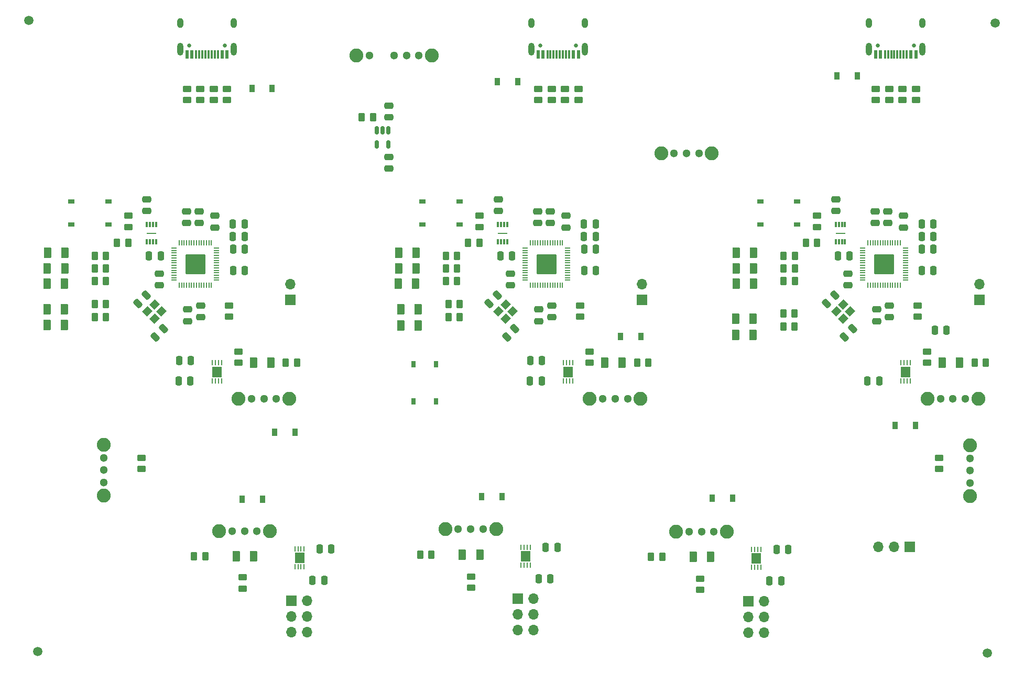
<source format=gbr>
%TF.GenerationSoftware,KiCad,Pcbnew,6.0.2+dfsg-1*%
%TF.CreationDate,2022-10-15T14:58:28-04:00*%
%TF.ProjectId,CHV_DC31,4348565f-4443-4333-912e-6b696361645f,rev?*%
%TF.SameCoordinates,Original*%
%TF.FileFunction,Soldermask,Top*%
%TF.FilePolarity,Negative*%
%FSLAX46Y46*%
G04 Gerber Fmt 4.6, Leading zero omitted, Abs format (unit mm)*
G04 Created by KiCad (PCBNEW 6.0.2+dfsg-1) date 2022-10-15 14:58:28*
%MOMM*%
%LPD*%
G01*
G04 APERTURE LIST*
G04 Aperture macros list*
%AMRoundRect*
0 Rectangle with rounded corners*
0 $1 Rounding radius*
0 $2 $3 $4 $5 $6 $7 $8 $9 X,Y pos of 4 corners*
0 Add a 4 corners polygon primitive as box body*
4,1,4,$2,$3,$4,$5,$6,$7,$8,$9,$2,$3,0*
0 Add four circle primitives for the rounded corners*
1,1,$1+$1,$2,$3*
1,1,$1+$1,$4,$5*
1,1,$1+$1,$6,$7*
1,1,$1+$1,$8,$9*
0 Add four rect primitives between the rounded corners*
20,1,$1+$1,$2,$3,$4,$5,0*
20,1,$1+$1,$4,$5,$6,$7,0*
20,1,$1+$1,$6,$7,$8,$9,0*
20,1,$1+$1,$8,$9,$2,$3,0*%
%AMRotRect*
0 Rectangle, with rotation*
0 The origin of the aperture is its center*
0 $1 length*
0 $2 width*
0 $3 Rotation angle, in degrees counterclockwise*
0 Add horizontal line*
21,1,$1,$2,0,0,$3*%
G04 Aperture macros list end*
%ADD10RoundRect,0.250000X-0.450000X0.262500X-0.450000X-0.262500X0.450000X-0.262500X0.450000X0.262500X0*%
%ADD11RoundRect,0.250000X0.250000X0.475000X-0.250000X0.475000X-0.250000X-0.475000X0.250000X-0.475000X0*%
%ADD12RoundRect,0.150000X-0.150000X0.512500X-0.150000X-0.512500X0.150000X-0.512500X0.150000X0.512500X0*%
%ADD13RoundRect,0.250000X-0.250000X-0.475000X0.250000X-0.475000X0.250000X0.475000X-0.250000X0.475000X0*%
%ADD14R,1.700000X1.700000*%
%ADD15O,1.700000X1.700000*%
%ADD16RoundRect,0.250000X-0.375000X-0.625000X0.375000X-0.625000X0.375000X0.625000X-0.375000X0.625000X0*%
%ADD17RoundRect,0.250000X-0.262500X-0.450000X0.262500X-0.450000X0.262500X0.450000X-0.262500X0.450000X0*%
%ADD18RoundRect,0.250000X-0.159099X0.512652X-0.512652X0.159099X0.159099X-0.512652X0.512652X-0.159099X0*%
%ADD19R,0.900000X1.200000*%
%ADD20RotRect,1.200000X1.100000X225.000000*%
%ADD21RoundRect,0.250000X0.450000X-0.262500X0.450000X0.262500X-0.450000X0.262500X-0.450000X-0.262500X0*%
%ADD22RoundRect,0.250000X-0.475000X0.250000X-0.475000X-0.250000X0.475000X-0.250000X0.475000X0.250000X0*%
%ADD23R,1.000000X0.700000*%
%ADD24C,1.500000*%
%ADD25O,0.250000X0.850000*%
%ADD26R,1.650000X1.800000*%
%ADD27RoundRect,0.250000X0.475000X-0.250000X0.475000X0.250000X-0.475000X0.250000X-0.475000X-0.250000X0*%
%ADD28R,0.300000X0.900000*%
%ADD29R,1.650000X0.250000*%
%ADD30C,1.300000*%
%ADD31C,2.250000*%
%ADD32RoundRect,0.250000X0.262500X0.450000X-0.262500X0.450000X-0.262500X-0.450000X0.262500X-0.450000X0*%
%ADD33RoundRect,0.050000X-0.387500X-0.050000X0.387500X-0.050000X0.387500X0.050000X-0.387500X0.050000X0*%
%ADD34RoundRect,0.050000X-0.050000X-0.387500X0.050000X-0.387500X0.050000X0.387500X-0.050000X0.387500X0*%
%ADD35RoundRect,0.144000X-1.456000X-1.456000X1.456000X-1.456000X1.456000X1.456000X-1.456000X1.456000X0*%
%ADD36C,0.650000*%
%ADD37R,0.600000X1.450000*%
%ADD38R,0.300000X1.450000*%
%ADD39O,1.000000X2.100000*%
%ADD40O,1.000000X1.600000*%
%ADD41R,0.700000X1.000000*%
G04 APERTURE END LIST*
D10*
%TO.C,R10*%
X142290800Y-45393600D03*
X142290800Y-47218600D03*
%TD*%
D11*
%TO.C,C40*%
X86144498Y-89354303D03*
X84244498Y-89354303D03*
%TD*%
D12*
%TO.C,U5*%
X118105000Y-52144600D03*
X117155000Y-52144600D03*
X116205000Y-52144600D03*
X116205000Y-54419600D03*
X118105000Y-54419600D03*
%TD*%
D13*
%TO.C,C31*%
X204254172Y-71320303D03*
X206154172Y-71320303D03*
%TD*%
D14*
%TO.C,J5*%
X138958400Y-127889000D03*
D15*
X141498400Y-127889000D03*
X138958400Y-130429000D03*
X141498400Y-130429000D03*
X138958400Y-132969000D03*
X141498400Y-132969000D03*
%TD*%
D16*
%TO.C,D8*%
X62938098Y-83642200D03*
X65738098Y-83642200D03*
%TD*%
D17*
%TO.C,R26*%
X70618698Y-82296000D03*
X72443698Y-82296000D03*
%TD*%
D16*
%TO.C,D15*%
X174276172Y-74419103D03*
X177076172Y-74419103D03*
%TD*%
D18*
%TO.C,C59*%
X193050074Y-84175401D03*
X191706572Y-85518903D03*
%TD*%
D17*
%TO.C,R31*%
X127360398Y-72387103D03*
X129185398Y-72387103D03*
%TD*%
D16*
%TO.C,D17*%
X174236100Y-82626200D03*
X177036100Y-82626200D03*
%TD*%
D19*
%TO.C,D24*%
X155581898Y-85493503D03*
X158881898Y-85493503D03*
%TD*%
D10*
%TO.C,R9*%
X148767800Y-45393600D03*
X148767800Y-47218600D03*
%TD*%
D16*
%TO.C,D26*%
X130042000Y-120751600D03*
X132842000Y-120751600D03*
%TD*%
D20*
%TO.C,Y2*%
X137022127Y-80272732D03*
X135876614Y-81418245D03*
X137007985Y-82549616D03*
X138153498Y-81404103D03*
%TD*%
D16*
%TO.C,D9*%
X119757898Y-71929903D03*
X122557898Y-71929903D03*
%TD*%
%TO.C,D13*%
X120083300Y-83667600D03*
X122883300Y-83667600D03*
%TD*%
D13*
%TO.C,C44*%
X105828400Y-124942600D03*
X107728400Y-124942600D03*
%TD*%
D21*
%TO.C,R15*%
X203593772Y-82289303D03*
X203593772Y-80464303D03*
%TD*%
D22*
%TO.C,C21*%
X142395298Y-81078903D03*
X142395298Y-82978903D03*
%TD*%
D19*
%TO.C,D27*%
X170412600Y-111607600D03*
X173712600Y-111607600D03*
%TD*%
D22*
%TO.C,C22*%
X137797898Y-75272503D03*
X137797898Y-77172503D03*
%TD*%
D23*
%TO.C,S4*%
X129600498Y-67328303D03*
X123600498Y-67328303D03*
X129600498Y-63628303D03*
X123600498Y-63628303D03*
%TD*%
D22*
%TO.C,C58*%
X190360372Y-63273503D03*
X190360372Y-65173503D03*
%TD*%
D16*
%TO.C,D18*%
X174210700Y-85191600D03*
X177010700Y-85191600D03*
%TD*%
D22*
%TO.C,C28*%
X201333172Y-65915103D03*
X201333172Y-67815103D03*
%TD*%
D24*
%TO.C,REF\u002A\u002A*%
X61391800Y-136448800D03*
%TD*%
D11*
%TO.C,C17*%
X151585098Y-67230903D03*
X149685098Y-67230903D03*
%TD*%
D25*
%TO.C,U10*%
X202413372Y-89733103D03*
X201913372Y-89733103D03*
X201413372Y-89733103D03*
X200913372Y-89733103D03*
X200913372Y-92633103D03*
X201413372Y-92633103D03*
X201913372Y-92633103D03*
X202413372Y-92633103D03*
D26*
X201663372Y-91183103D03*
%TD*%
D24*
%TO.C,REF\u002A\u002A*%
X216128600Y-34721800D03*
%TD*%
D27*
%TO.C,C38*%
X118110000Y-50000000D03*
X118110000Y-48100000D03*
%TD*%
D17*
%TO.C,R27*%
X158244898Y-89735303D03*
X160069898Y-89735303D03*
%TD*%
D10*
%TO.C,R40*%
X187337772Y-65913903D03*
X187337772Y-67738903D03*
%TD*%
D13*
%TO.C,C45*%
X106961200Y-119862600D03*
X108861200Y-119862600D03*
%TD*%
D17*
%TO.C,R34*%
X127763900Y-80238600D03*
X129588900Y-80238600D03*
%TD*%
%TO.C,R6*%
X74225498Y-70304303D03*
X76050498Y-70304303D03*
%TD*%
D10*
%TO.C,R38*%
X131419600Y-124307600D03*
X131419600Y-126132600D03*
%TD*%
%TO.C,R30*%
X132794098Y-65913903D03*
X132794098Y-67738903D03*
%TD*%
D28*
%TO.C,IC2*%
X135803298Y-70154903D03*
X136303298Y-70154903D03*
X136803298Y-70154903D03*
X137303298Y-70154903D03*
X137303298Y-67354903D03*
X136803298Y-67354903D03*
X136303298Y-67354903D03*
X135803298Y-67354903D03*
D29*
X136553298Y-68754903D03*
%TD*%
D10*
%TO.C,R5*%
X87706200Y-45393600D03*
X87706200Y-47218600D03*
%TD*%
D25*
%TO.C,U9*%
X176776600Y-122836600D03*
X177276600Y-122836600D03*
X177776600Y-122836600D03*
X178276600Y-122836600D03*
X178276600Y-119936600D03*
X177776600Y-119936600D03*
X177276600Y-119936600D03*
X176776600Y-119936600D03*
D26*
X177526600Y-121386600D03*
%TD*%
D24*
%TO.C,REF\u002A\u002A*%
X214833200Y-136728200D03*
%TD*%
D11*
%TO.C,C55*%
X197380972Y-92630903D03*
X195480972Y-92630903D03*
%TD*%
D30*
%TO.C,S1*%
X115000000Y-40000000D03*
X119000000Y-40000000D03*
X121000000Y-40000000D03*
X123000000Y-40000000D03*
D31*
X112900000Y-40000000D03*
X125100000Y-40000000D03*
%TD*%
D17*
%TO.C,R14*%
X101501298Y-89735303D03*
X103326298Y-89735303D03*
%TD*%
D22*
%TO.C,C16*%
X146789498Y-65915103D03*
X146789498Y-67815103D03*
%TD*%
D18*
%TO.C,C42*%
X78946098Y-78813303D03*
X77602596Y-80156805D03*
%TD*%
D32*
%TO.C,R50*%
X162312000Y-121132600D03*
X160487000Y-121132600D03*
%TD*%
D10*
%TO.C,R17*%
X196834474Y-45393600D03*
X196834474Y-47218600D03*
%TD*%
%TO.C,R4*%
X89865200Y-45393600D03*
X89865200Y-47218600D03*
%TD*%
D13*
%TO.C,C48*%
X142341600Y-124637800D03*
X144241600Y-124637800D03*
%TD*%
D27*
%TO.C,C24*%
X144249498Y-67129303D03*
X144249498Y-65229303D03*
%TD*%
%TO.C,C27*%
X199047172Y-82338903D03*
X199047172Y-80438903D03*
%TD*%
D14*
%TO.C,J9*%
X159006898Y-79575303D03*
D15*
X159006898Y-77035303D03*
%TD*%
D22*
%TO.C,C14*%
X142217498Y-65229303D03*
X142217498Y-67129303D03*
%TD*%
D13*
%TO.C,C49*%
X143474400Y-119557800D03*
X145374400Y-119557800D03*
%TD*%
D17*
%TO.C,R25*%
X70618698Y-80213200D03*
X72443698Y-80213200D03*
%TD*%
D19*
%TO.C,D1*%
X99313000Y-45364400D03*
X96013000Y-45364400D03*
%TD*%
D13*
%TO.C,C37*%
X204233772Y-69262903D03*
X206133772Y-69262903D03*
%TD*%
D16*
%TO.C,D10*%
X119732498Y-74419103D03*
X122532498Y-74419103D03*
%TD*%
D22*
%TO.C,C9*%
X85651698Y-81078903D03*
X85651698Y-82978903D03*
%TD*%
D21*
%TO.C,R47*%
X93830498Y-89735303D03*
X93830498Y-87910303D03*
%TD*%
D27*
%TO.C,C15*%
X144503498Y-82338903D03*
X144503498Y-80438903D03*
%TD*%
D22*
%TO.C,C8*%
X81054298Y-75272503D03*
X81054298Y-77172503D03*
%TD*%
D30*
%TO.C,SW8*%
X96855600Y-116936400D03*
X94855600Y-116936400D03*
X92855600Y-116936400D03*
D31*
X98955600Y-116936400D03*
X90755600Y-116936400D03*
%TD*%
D14*
%TO.C,J8*%
X102263298Y-79575303D03*
D15*
X102263298Y-77035303D03*
%TD*%
D22*
%TO.C,C13*%
X79073098Y-63273503D03*
X79073098Y-65173503D03*
%TD*%
D10*
%TO.C,R28*%
X94488000Y-124413000D03*
X94488000Y-126238000D03*
%TD*%
D19*
%TO.C,D30*%
X203278200Y-99847400D03*
X199978200Y-99847400D03*
%TD*%
D13*
%TO.C,C19*%
X149710498Y-71320303D03*
X151610498Y-71320303D03*
%TD*%
D11*
%TO.C,C47*%
X142888098Y-89354303D03*
X140988098Y-89354303D03*
%TD*%
D16*
%TO.C,D22*%
X93528800Y-121056400D03*
X96328800Y-121056400D03*
%TD*%
D21*
%TO.C,R13*%
X149050098Y-82289303D03*
X149050098Y-80464303D03*
%TD*%
D17*
%TO.C,R43*%
X181905972Y-76501903D03*
X183730972Y-76501903D03*
%TD*%
D13*
%TO.C,C10*%
X92966898Y-74774703D03*
X94866898Y-74774703D03*
%TD*%
D10*
%TO.C,R18*%
X201142600Y-45391700D03*
X201142600Y-47216700D03*
%TD*%
D30*
%TO.C,SW9*%
X133368800Y-116631600D03*
X131368800Y-116631600D03*
X129368800Y-116631600D03*
D31*
X135468800Y-116631600D03*
X127268800Y-116631600D03*
%TD*%
D21*
%TO.C,R36*%
X150574098Y-89735303D03*
X150574098Y-87910303D03*
%TD*%
D13*
%TO.C,C5*%
X92946498Y-69262903D03*
X94846498Y-69262903D03*
%TD*%
D25*
%TO.C,U4*%
X91126098Y-89733103D03*
X90626098Y-89733103D03*
X90126098Y-89733103D03*
X89626098Y-89733103D03*
X89626098Y-92633103D03*
X90126098Y-92633103D03*
X90626098Y-92633103D03*
X91126098Y-92633103D03*
D26*
X90376098Y-91183103D03*
%TD*%
D11*
%TO.C,C39*%
X86093698Y-92630903D03*
X84193698Y-92630903D03*
%TD*%
D17*
%TO.C,R48*%
X212788572Y-89735303D03*
X214613572Y-89735303D03*
%TD*%
D18*
%TO.C,C57*%
X190233372Y-78813303D03*
X188889870Y-80156805D03*
%TD*%
D10*
%TO.C,R3*%
X85547200Y-45393600D03*
X85547200Y-47218600D03*
%TD*%
%TO.C,R11*%
X146608800Y-45391700D03*
X146608800Y-47216700D03*
%TD*%
D17*
%TO.C,R24*%
X70618698Y-76501903D03*
X72443698Y-76501903D03*
%TD*%
D25*
%TO.C,U8*%
X139483400Y-122455600D03*
X139983400Y-122455600D03*
X140483400Y-122455600D03*
X140983400Y-122455600D03*
X140983400Y-119555600D03*
X140483400Y-119555600D03*
X139983400Y-119555600D03*
X139483400Y-119555600D03*
D26*
X140233400Y-121005600D03*
%TD*%
D16*
%TO.C,D6*%
X62963498Y-76933703D03*
X65763498Y-76933703D03*
%TD*%
D27*
%TO.C,C36*%
X198793172Y-67129303D03*
X198793172Y-65229303D03*
%TD*%
D33*
%TO.C,U3*%
X194720672Y-71158703D03*
X194720672Y-71558703D03*
X194720672Y-71958703D03*
X194720672Y-72358703D03*
X194720672Y-72758703D03*
X194720672Y-73158703D03*
X194720672Y-73558703D03*
X194720672Y-73958703D03*
X194720672Y-74358703D03*
X194720672Y-74758703D03*
X194720672Y-75158703D03*
X194720672Y-75558703D03*
X194720672Y-75958703D03*
X194720672Y-76358703D03*
D34*
X195558172Y-77196203D03*
X195958172Y-77196203D03*
X196358172Y-77196203D03*
X196758172Y-77196203D03*
X197158172Y-77196203D03*
X197558172Y-77196203D03*
X197958172Y-77196203D03*
X198358172Y-77196203D03*
X198758172Y-77196203D03*
X199158172Y-77196203D03*
X199558172Y-77196203D03*
X199958172Y-77196203D03*
X200358172Y-77196203D03*
X200758172Y-77196203D03*
D33*
X201595672Y-76358703D03*
X201595672Y-75958703D03*
X201595672Y-75558703D03*
X201595672Y-75158703D03*
X201595672Y-74758703D03*
X201595672Y-74358703D03*
X201595672Y-73958703D03*
X201595672Y-73558703D03*
X201595672Y-73158703D03*
X201595672Y-72758703D03*
X201595672Y-72358703D03*
X201595672Y-71958703D03*
X201595672Y-71558703D03*
X201595672Y-71158703D03*
D34*
X200758172Y-70321203D03*
X200358172Y-70321203D03*
X199958172Y-70321203D03*
X199558172Y-70321203D03*
X199158172Y-70321203D03*
X198758172Y-70321203D03*
X198358172Y-70321203D03*
X197958172Y-70321203D03*
X197558172Y-70321203D03*
X197158172Y-70321203D03*
X196758172Y-70321203D03*
X196358172Y-70321203D03*
X195958172Y-70321203D03*
X195558172Y-70321203D03*
D35*
X198158172Y-73758703D03*
%TD*%
D30*
%TO.C,SW14*%
X72085200Y-109093000D03*
X72085200Y-107093000D03*
X72085200Y-105093000D03*
D31*
X72085200Y-111193000D03*
X72085200Y-102993000D03*
%TD*%
D14*
%TO.C,J7*%
X202311000Y-119532400D03*
D15*
X199771000Y-119532400D03*
X197231000Y-119532400D03*
%TD*%
D13*
%TO.C,C20*%
X149710498Y-74774703D03*
X151610498Y-74774703D03*
%TD*%
%TO.C,C11*%
X92966898Y-71320303D03*
X94866898Y-71320303D03*
%TD*%
D32*
%TO.C,R20*%
X115570000Y-50000000D03*
X113745000Y-50000000D03*
%TD*%
D36*
%TO.C,J1*%
X91663000Y-38414000D03*
X85883000Y-38414000D03*
D37*
X92023000Y-39859000D03*
X91223000Y-39859000D03*
D38*
X90023000Y-39859000D03*
X89023000Y-39859000D03*
X88523000Y-39859000D03*
X87523000Y-39859000D03*
D37*
X86323000Y-39859000D03*
X85523000Y-39859000D03*
X85523000Y-39859000D03*
X86323000Y-39859000D03*
D38*
X87023000Y-39859000D03*
X88023000Y-39859000D03*
X89523000Y-39859000D03*
X90523000Y-39859000D03*
D37*
X91223000Y-39859000D03*
X92023000Y-39859000D03*
D39*
X93093000Y-38944000D03*
D40*
X93093000Y-34764000D03*
X84453000Y-34764000D03*
D39*
X84453000Y-38944000D03*
%TD*%
D24*
%TO.C,REF\u002A\u002A*%
X60020200Y-34340800D03*
%TD*%
D19*
%TO.C,D3*%
X135710200Y-44196000D03*
X139010200Y-44196000D03*
%TD*%
D22*
%TO.C,C26*%
X196761172Y-65229303D03*
X196761172Y-67129303D03*
%TD*%
%TO.C,C33*%
X196938972Y-81078903D03*
X196938972Y-82978903D03*
%TD*%
%TO.C,C50*%
X135816698Y-63273503D03*
X135816698Y-65173503D03*
%TD*%
D16*
%TO.C,D12*%
X120108700Y-81102200D03*
X122908700Y-81102200D03*
%TD*%
D10*
%TO.C,R7*%
X76050498Y-65913903D03*
X76050498Y-67738903D03*
%TD*%
D17*
%TO.C,R42*%
X181905972Y-74419103D03*
X183730972Y-74419103D03*
%TD*%
D30*
%TO.C,SW7*%
X156720898Y-95501103D03*
X154720898Y-95501103D03*
X152720898Y-95501103D03*
D31*
X158820898Y-95501103D03*
X150620898Y-95501103D03*
%TD*%
D21*
%TO.C,R8*%
X207035400Y-106912500D03*
X207035400Y-105087500D03*
%TD*%
D41*
%TO.C,S2*%
X125802000Y-89989400D03*
X125802000Y-95989400D03*
X122102000Y-89989400D03*
X122102000Y-95989400D03*
%TD*%
D16*
%TO.C,D2*%
X63014298Y-71929903D03*
X65814298Y-71929903D03*
%TD*%
D18*
%TO.C,C43*%
X81762800Y-84175401D03*
X80419298Y-85518903D03*
%TD*%
D11*
%TO.C,C4*%
X94841498Y-67230903D03*
X92941498Y-67230903D03*
%TD*%
D33*
%TO.C,U1*%
X83433398Y-71158703D03*
X83433398Y-71558703D03*
X83433398Y-71958703D03*
X83433398Y-72358703D03*
X83433398Y-72758703D03*
X83433398Y-73158703D03*
X83433398Y-73558703D03*
X83433398Y-73958703D03*
X83433398Y-74358703D03*
X83433398Y-74758703D03*
X83433398Y-75158703D03*
X83433398Y-75558703D03*
X83433398Y-75958703D03*
X83433398Y-76358703D03*
D34*
X84270898Y-77196203D03*
X84670898Y-77196203D03*
X85070898Y-77196203D03*
X85470898Y-77196203D03*
X85870898Y-77196203D03*
X86270898Y-77196203D03*
X86670898Y-77196203D03*
X87070898Y-77196203D03*
X87470898Y-77196203D03*
X87870898Y-77196203D03*
X88270898Y-77196203D03*
X88670898Y-77196203D03*
X89070898Y-77196203D03*
X89470898Y-77196203D03*
D33*
X90308398Y-76358703D03*
X90308398Y-75958703D03*
X90308398Y-75558703D03*
X90308398Y-75158703D03*
X90308398Y-74758703D03*
X90308398Y-74358703D03*
X90308398Y-73958703D03*
X90308398Y-73558703D03*
X90308398Y-73158703D03*
X90308398Y-72758703D03*
X90308398Y-72358703D03*
X90308398Y-71958703D03*
X90308398Y-71558703D03*
X90308398Y-71158703D03*
D34*
X89470898Y-70321203D03*
X89070898Y-70321203D03*
X88670898Y-70321203D03*
X88270898Y-70321203D03*
X87870898Y-70321203D03*
X87470898Y-70321203D03*
X87070898Y-70321203D03*
X86670898Y-70321203D03*
X86270898Y-70321203D03*
X85870898Y-70321203D03*
X85470898Y-70321203D03*
X85070898Y-70321203D03*
X84670898Y-70321203D03*
X84270898Y-70321203D03*
D35*
X86870898Y-73758703D03*
%TD*%
D25*
%TO.C,U6*%
X102970200Y-122760400D03*
X103470200Y-122760400D03*
X103970200Y-122760400D03*
X104470200Y-122760400D03*
X104470200Y-119860400D03*
X103970200Y-119860400D03*
X103470200Y-119860400D03*
X102970200Y-119860400D03*
D26*
X103720200Y-121310400D03*
%TD*%
D17*
%TO.C,R35*%
X127763900Y-82321400D03*
X129588900Y-82321400D03*
%TD*%
D14*
%TO.C,J6*%
X176251600Y-128270000D03*
D15*
X178791600Y-128270000D03*
X176251600Y-130810000D03*
X178791600Y-130810000D03*
X176251600Y-133350000D03*
X178791600Y-133350000D03*
%TD*%
D19*
%TO.C,D5*%
X190523400Y-43307000D03*
X193823400Y-43307000D03*
%TD*%
D17*
%TO.C,R29*%
X130969098Y-70304303D03*
X132794098Y-70304303D03*
%TD*%
D30*
%TO.C,SW1*%
X212071200Y-109174400D03*
X212071200Y-107174400D03*
X212071200Y-105174400D03*
D31*
X212071200Y-111274400D03*
X212071200Y-103074400D03*
%TD*%
D22*
%TO.C,C41*%
X118110000Y-56426200D03*
X118110000Y-58326200D03*
%TD*%
D17*
%TO.C,R41*%
X181904072Y-72387103D03*
X183729072Y-72387103D03*
%TD*%
D14*
%TO.C,J4*%
X102445200Y-128193800D03*
D15*
X104985200Y-128193800D03*
X102445200Y-130733800D03*
X104985200Y-130733800D03*
X102445200Y-133273800D03*
X104985200Y-133273800D03*
%TD*%
D28*
%TO.C,IC1*%
X79059698Y-70154903D03*
X79559698Y-70154903D03*
X80059698Y-70154903D03*
X80559698Y-70154903D03*
X80559698Y-67354903D03*
X80059698Y-67354903D03*
X79559698Y-67354903D03*
X79059698Y-67354903D03*
D29*
X79809698Y-68754903D03*
%TD*%
D16*
%TO.C,D16*%
X174250772Y-76933703D03*
X177050772Y-76933703D03*
%TD*%
D33*
%TO.C,U2*%
X140176998Y-71158703D03*
X140176998Y-71558703D03*
X140176998Y-71958703D03*
X140176998Y-72358703D03*
X140176998Y-72758703D03*
X140176998Y-73158703D03*
X140176998Y-73558703D03*
X140176998Y-73958703D03*
X140176998Y-74358703D03*
X140176998Y-74758703D03*
X140176998Y-75158703D03*
X140176998Y-75558703D03*
X140176998Y-75958703D03*
X140176998Y-76358703D03*
D34*
X141014498Y-77196203D03*
X141414498Y-77196203D03*
X141814498Y-77196203D03*
X142214498Y-77196203D03*
X142614498Y-77196203D03*
X143014498Y-77196203D03*
X143414498Y-77196203D03*
X143814498Y-77196203D03*
X144214498Y-77196203D03*
X144614498Y-77196203D03*
X145014498Y-77196203D03*
X145414498Y-77196203D03*
X145814498Y-77196203D03*
X146214498Y-77196203D03*
D33*
X147051998Y-76358703D03*
X147051998Y-75958703D03*
X147051998Y-75558703D03*
X147051998Y-75158703D03*
X147051998Y-74758703D03*
X147051998Y-74358703D03*
X147051998Y-73958703D03*
X147051998Y-73558703D03*
X147051998Y-73158703D03*
X147051998Y-72758703D03*
X147051998Y-72358703D03*
X147051998Y-71958703D03*
X147051998Y-71558703D03*
X147051998Y-71158703D03*
D34*
X146214498Y-70321203D03*
X145814498Y-70321203D03*
X145414498Y-70321203D03*
X145014498Y-70321203D03*
X144614498Y-70321203D03*
X144214498Y-70321203D03*
X143814498Y-70321203D03*
X143414498Y-70321203D03*
X143014498Y-70321203D03*
X142614498Y-70321203D03*
X142214498Y-70321203D03*
X141814498Y-70321203D03*
X141414498Y-70321203D03*
X141014498Y-70321203D03*
D35*
X143614498Y-73758703D03*
%TD*%
D30*
%TO.C,SW3*%
X164243000Y-55829200D03*
X166243000Y-55829200D03*
X168243000Y-55829200D03*
D31*
X162143000Y-55829200D03*
X170343000Y-55829200D03*
%TD*%
D30*
%TO.C,SW2*%
X99977298Y-95501103D03*
X97977298Y-95501103D03*
X95977298Y-95501103D03*
D31*
X102077298Y-95501103D03*
X93877298Y-95501103D03*
%TD*%
D17*
%TO.C,R22*%
X70616798Y-72387103D03*
X72441798Y-72387103D03*
%TD*%
D30*
%TO.C,SW10*%
X211264572Y-95501103D03*
X209264572Y-95501103D03*
X207264572Y-95501103D03*
D31*
X213364572Y-95501103D03*
X205164572Y-95501103D03*
%TD*%
D23*
%TO.C,S3*%
X72856898Y-67328303D03*
X66856898Y-67328303D03*
X72856898Y-63628303D03*
X66856898Y-63628303D03*
%TD*%
D17*
%TO.C,R32*%
X127362298Y-74419103D03*
X129187298Y-74419103D03*
%TD*%
D11*
%TO.C,C29*%
X206128772Y-67230903D03*
X204228772Y-67230903D03*
%TD*%
D22*
%TO.C,C34*%
X192341572Y-75272503D03*
X192341572Y-77172503D03*
%TD*%
D19*
%TO.C,D20*%
X99724400Y-100965000D03*
X103024400Y-100965000D03*
%TD*%
D16*
%TO.C,D14*%
X174301572Y-71929903D03*
X177101572Y-71929903D03*
%TD*%
D32*
%TO.C,R37*%
X125018800Y-120751600D03*
X123193800Y-120751600D03*
%TD*%
D21*
%TO.C,R1*%
X92306498Y-82289303D03*
X92306498Y-80464303D03*
%TD*%
D11*
%TO.C,C7*%
X81308298Y-72463303D03*
X79408298Y-72463303D03*
%TD*%
D28*
%TO.C,IC3*%
X190346972Y-70154903D03*
X190846972Y-70154903D03*
X191346972Y-70154903D03*
X191846972Y-70154903D03*
X191846972Y-67354903D03*
X191346972Y-67354903D03*
X190846972Y-67354903D03*
X190346972Y-67354903D03*
D29*
X191096972Y-68754903D03*
%TD*%
D17*
%TO.C,R33*%
X127362298Y-76501903D03*
X129187298Y-76501903D03*
%TD*%
%TO.C,R45*%
X181891300Y-83845400D03*
X183716300Y-83845400D03*
%TD*%
D20*
%TO.C,Y3*%
X191565801Y-80272732D03*
X190420288Y-81418245D03*
X191551659Y-82549616D03*
X192697172Y-81404103D03*
%TD*%
D16*
%TO.C,D29*%
X207575572Y-89735303D03*
X210375572Y-89735303D03*
%TD*%
D18*
%TO.C,C51*%
X135689698Y-78813303D03*
X134346196Y-80156805D03*
%TD*%
D27*
%TO.C,C6*%
X87505898Y-67129303D03*
X87505898Y-65229303D03*
%TD*%
D16*
%TO.C,D19*%
X96288298Y-89735303D03*
X99088298Y-89735303D03*
%TD*%
D27*
%TO.C,C2*%
X87759898Y-82338903D03*
X87759898Y-80438903D03*
%TD*%
D32*
%TO.C,R21*%
X88505600Y-121056400D03*
X86680600Y-121056400D03*
%TD*%
D13*
%TO.C,C32*%
X204254172Y-74774703D03*
X206154172Y-74774703D03*
%TD*%
D19*
%TO.C,D25*%
X133144800Y-111353600D03*
X136444800Y-111353600D03*
%TD*%
D10*
%TO.C,R2*%
X92024200Y-45393600D03*
X92024200Y-47218600D03*
%TD*%
D18*
%TO.C,C52*%
X138506400Y-84175401D03*
X137162898Y-85518903D03*
%TD*%
D11*
%TO.C,C46*%
X142837298Y-92630903D03*
X140937298Y-92630903D03*
%TD*%
D36*
%TO.C,J2*%
X142626600Y-38414000D03*
X148406600Y-38414000D03*
D37*
X148766600Y-39859000D03*
X147966600Y-39859000D03*
D38*
X146766600Y-39859000D03*
X145766600Y-39859000D03*
X145266600Y-39859000D03*
X144266600Y-39859000D03*
D37*
X143066600Y-39859000D03*
X142266600Y-39859000D03*
X142266600Y-39859000D03*
X143066600Y-39859000D03*
D38*
X143766600Y-39859000D03*
X144766600Y-39859000D03*
X146266600Y-39859000D03*
X147266600Y-39859000D03*
D37*
X147966600Y-39859000D03*
X148766600Y-39859000D03*
D40*
X149836600Y-34764000D03*
D39*
X149836600Y-38944000D03*
X141196600Y-38944000D03*
D40*
X141196600Y-34764000D03*
%TD*%
D19*
%TO.C,D21*%
X94486000Y-111836200D03*
X97786000Y-111836200D03*
%TD*%
D16*
%TO.C,D4*%
X62988898Y-74419103D03*
X65788898Y-74419103D03*
%TD*%
D23*
%TO.C,S5*%
X184144172Y-67328303D03*
X178144172Y-67328303D03*
X184144172Y-63628303D03*
X178144172Y-63628303D03*
%TD*%
D16*
%TO.C,D7*%
X62963498Y-81076800D03*
X65763498Y-81076800D03*
%TD*%
%TO.C,D11*%
X119707098Y-76933703D03*
X122507098Y-76933703D03*
%TD*%
D11*
%TO.C,C23*%
X138051898Y-72463303D03*
X136151898Y-72463303D03*
%TD*%
D10*
%TO.C,R16*%
X203311474Y-45393600D03*
X203311474Y-47218600D03*
%TD*%
D20*
%TO.C,Y1*%
X80278527Y-80272732D03*
X79133014Y-81418245D03*
X80264385Y-82549616D03*
X81409898Y-81404103D03*
%TD*%
D22*
%TO.C,C3*%
X90045898Y-65915103D03*
X90045898Y-67815103D03*
%TD*%
D10*
%TO.C,R51*%
X168478200Y-124637800D03*
X168478200Y-126462800D03*
%TD*%
D16*
%TO.C,D23*%
X153031898Y-89735303D03*
X155831898Y-89735303D03*
%TD*%
D30*
%TO.C,SW12*%
X170662000Y-117012600D03*
X168662000Y-117012600D03*
X166662000Y-117012600D03*
D31*
X172762000Y-117012600D03*
X164562000Y-117012600D03*
%TD*%
D14*
%TO.C,J10*%
X213550572Y-79575303D03*
D15*
X213550572Y-77035303D03*
%TD*%
D13*
%TO.C,C53*%
X179634800Y-125018800D03*
X181534800Y-125018800D03*
%TD*%
%TO.C,C25*%
X149690098Y-69262903D03*
X151590098Y-69262903D03*
%TD*%
%TO.C,C54*%
X180767600Y-119938800D03*
X182667600Y-119938800D03*
%TD*%
D25*
%TO.C,U7*%
X147869698Y-89733103D03*
X147369698Y-89733103D03*
X146869698Y-89733103D03*
X146369698Y-89733103D03*
X146369698Y-92633103D03*
X146869698Y-92633103D03*
X147369698Y-92633103D03*
X147869698Y-92633103D03*
D26*
X147119698Y-91183103D03*
%TD*%
D13*
%TO.C,C56*%
X206375000Y-84480400D03*
X208275000Y-84480400D03*
%TD*%
D17*
%TO.C,R23*%
X70618698Y-74419103D03*
X72443698Y-74419103D03*
%TD*%
D36*
%TO.C,J3*%
X202950274Y-38414000D03*
X197170274Y-38414000D03*
D37*
X203310274Y-39859000D03*
X202510274Y-39859000D03*
D38*
X201310274Y-39859000D03*
X200310274Y-39859000D03*
X199810274Y-39859000D03*
X198810274Y-39859000D03*
D37*
X197610274Y-39859000D03*
X196810274Y-39859000D03*
X196810274Y-39859000D03*
X197610274Y-39859000D03*
D38*
X198310274Y-39859000D03*
X199310274Y-39859000D03*
X200810274Y-39859000D03*
X201810274Y-39859000D03*
D37*
X202510274Y-39859000D03*
X203310274Y-39859000D03*
D40*
X204380274Y-34764000D03*
D39*
X204380274Y-38944000D03*
X195740274Y-38944000D03*
D40*
X195740274Y-34764000D03*
%TD*%
D11*
%TO.C,C35*%
X192595572Y-72463303D03*
X190695572Y-72463303D03*
%TD*%
D22*
%TO.C,C1*%
X85473898Y-65229303D03*
X85473898Y-67129303D03*
%TD*%
D10*
%TO.C,R19*%
X199009000Y-45391700D03*
X199009000Y-47216700D03*
%TD*%
D16*
%TO.C,D28*%
X167335200Y-121132600D03*
X170135200Y-121132600D03*
%TD*%
D21*
%TO.C,R49*%
X205117772Y-89735303D03*
X205117772Y-87910303D03*
%TD*%
%TO.C,R46*%
X78206600Y-106912500D03*
X78206600Y-105087500D03*
%TD*%
D17*
%TO.C,R44*%
X181891300Y-81762600D03*
X183716300Y-81762600D03*
%TD*%
%TO.C,R39*%
X185512772Y-70304303D03*
X187337772Y-70304303D03*
%TD*%
D10*
%TO.C,R12*%
X144449800Y-45391700D03*
X144449800Y-47216700D03*
%TD*%
M02*

</source>
